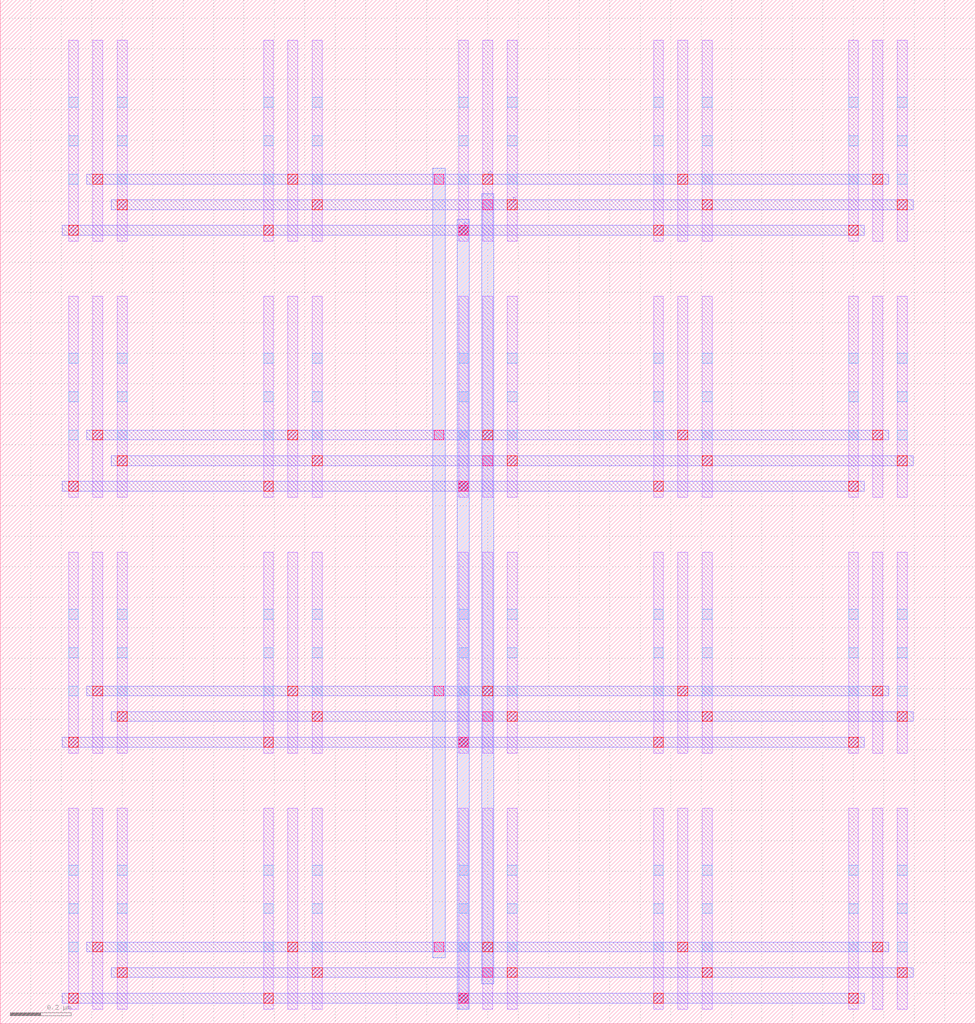
<source format=lef>
MACRO DCL_NMOS_n12_X1_Y1
  ORIGIN 0 0 ;
  FOREIGN DCL_NMOS_n12_X1_Y1 0 0 ;
  SIZE 0.6400 BY 0.8400 ;
  PIN S
    DIRECTION INOUT ;
    USE SIGNAL ;
    PORT
      LAYER M2 ;
        RECT 0.2040 0.0680 0.2760 0.1000 ;
    END
  END S
  PIN D
    DIRECTION INOUT ;
    USE SIGNAL ;
    PORT
      LAYER M2 ;
        RECT 0.2840 0.1520 0.4360 0.1840 ;
    END
  END D
  OBS
    LAYER M1 ;
      RECT 0.3040 0.0480 0.3360 0.7080 ;
    LAYER M1 ;
      RECT 0.2240 0.0480 0.2560 0.7080 ;
    LAYER M1 ;
      RECT 0.3840 0.0480 0.4160 0.7080 ;
    LAYER V1 ;
      RECT 0.2240 0.0680 0.2560 0.1000 ;
    LAYER V1 ;
      RECT 0.3040 0.1520 0.3360 0.1840 ;
    LAYER V1 ;
      RECT 0.3840 0.1520 0.4160 0.1840 ;
    LAYER V0 ;
      RECT 0.2240 0.2360 0.2560 0.2680 ;
    LAYER V0 ;
      RECT 0.2240 0.3620 0.2560 0.3940 ;
    LAYER V0 ;
      RECT 0.2240 0.4880 0.2560 0.5200 ;
    LAYER V0 ;
      RECT 0.3840 0.2360 0.4160 0.2680 ;
    LAYER V0 ;
      RECT 0.3840 0.3620 0.4160 0.3940 ;
    LAYER V0 ;
      RECT 0.3840 0.4880 0.4160 0.5200 ;
  END
END DCL_NMOS_n12_X1_Y1
MACRO DCL_NMOS_n12_X2_Y1
  ORIGIN 0 0 ;
  FOREIGN DCL_NMOS_n12_X2_Y1 0 0 ;
  SIZE 1.2800 BY 0.8400 ;
  PIN S
    DIRECTION INOUT ;
    USE SIGNAL ;
    PORT
      LAYER M2 ;
        RECT 0.2040 0.0680 0.9160 0.1000 ;
    END
  END S
  PIN D
    DIRECTION INOUT ;
    USE SIGNAL ;
    PORT
      LAYER M2 ;
        RECT 0.2840 0.1520 1.0760 0.1840 ;
    END
  END D
  OBS
    LAYER M1 ;
      RECT 0.3040 0.0480 0.3360 0.7080 ;
    LAYER M1 ;
      RECT 0.9440 0.0480 0.9760 0.7080 ;
    LAYER M1 ;
      RECT 0.2240 0.0480 0.2560 0.7080 ;
    LAYER M1 ;
      RECT 0.8640 0.0480 0.8960 0.7080 ;
    LAYER M1 ;
      RECT 0.3840 0.0480 0.4160 0.7080 ;
    LAYER M1 ;
      RECT 1.0240 0.0480 1.0560 0.7080 ;
    LAYER V1 ;
      RECT 0.2240 0.0680 0.2560 0.1000 ;
    LAYER V1 ;
      RECT 0.8640 0.0680 0.8960 0.1000 ;
    LAYER V1 ;
      RECT 0.3040 0.1520 0.3360 0.1840 ;
    LAYER V1 ;
      RECT 0.9440 0.1520 0.9760 0.1840 ;
    LAYER V1 ;
      RECT 0.3840 0.1520 0.4160 0.1840 ;
    LAYER V1 ;
      RECT 1.0240 0.1520 1.0560 0.1840 ;
    LAYER V0 ;
      RECT 0.2240 0.2360 0.2560 0.2680 ;
    LAYER V0 ;
      RECT 0.2240 0.3620 0.2560 0.3940 ;
    LAYER V0 ;
      RECT 0.2240 0.4880 0.2560 0.5200 ;
    LAYER V0 ;
      RECT 0.8640 0.2360 0.8960 0.2680 ;
    LAYER V0 ;
      RECT 0.8640 0.3620 0.8960 0.3940 ;
    LAYER V0 ;
      RECT 0.8640 0.4880 0.8960 0.5200 ;
    LAYER V0 ;
      RECT 0.3840 0.2360 0.4160 0.2680 ;
    LAYER V0 ;
      RECT 0.3840 0.3620 0.4160 0.3940 ;
    LAYER V0 ;
      RECT 0.3840 0.4880 0.4160 0.5200 ;
    LAYER V0 ;
      RECT 1.0240 0.2360 1.0560 0.2680 ;
    LAYER V0 ;
      RECT 1.0240 0.3620 1.0560 0.3940 ;
    LAYER V0 ;
      RECT 1.0240 0.4880 1.0560 0.5200 ;
  END
END DCL_NMOS_n12_X2_Y1
MACRO DCL_PMOS_n12_X5_Y1
  ORIGIN 0 0 ;
  FOREIGN DCL_PMOS_n12_X5_Y1 0 0 ;
  SIZE 3.2000 BY 0.8400 ;
  PIN S
    DIRECTION INOUT ;
    USE SIGNAL ;
    PORT
      LAYER M2 ;
        RECT 0.2040 0.0680 2.8360 0.1000 ;
    END
  END S
  PIN D
    DIRECTION INOUT ;
    USE SIGNAL ;
    PORT
      LAYER M2 ;
        RECT 0.2840 0.1520 2.9960 0.1840 ;
    END
  END D
  OBS
    LAYER M1 ;
      RECT 0.3040 0.0480 0.3360 0.7080 ;
    LAYER M1 ;
      RECT 0.9440 0.0480 0.9760 0.7080 ;
    LAYER M1 ;
      RECT 1.5840 0.0480 1.6160 0.7080 ;
    LAYER M1 ;
      RECT 2.2240 0.0480 2.2560 0.7080 ;
    LAYER M1 ;
      RECT 2.8640 0.0480 2.8960 0.7080 ;
    LAYER M1 ;
      RECT 0.2240 0.0480 0.2560 0.7080 ;
    LAYER M1 ;
      RECT 0.8640 0.0480 0.8960 0.7080 ;
    LAYER M1 ;
      RECT 1.5040 0.0480 1.5360 0.7080 ;
    LAYER M1 ;
      RECT 2.1440 0.0480 2.1760 0.7080 ;
    LAYER M1 ;
      RECT 2.7840 0.0480 2.8160 0.7080 ;
    LAYER M1 ;
      RECT 0.3840 0.0480 0.4160 0.7080 ;
    LAYER M1 ;
      RECT 1.0240 0.0480 1.0560 0.7080 ;
    LAYER M1 ;
      RECT 1.6640 0.0480 1.6960 0.7080 ;
    LAYER M1 ;
      RECT 2.3040 0.0480 2.3360 0.7080 ;
    LAYER M1 ;
      RECT 2.9440 0.0480 2.9760 0.7080 ;
    LAYER V1 ;
      RECT 0.2240 0.0680 0.2560 0.1000 ;
    LAYER V1 ;
      RECT 0.8640 0.0680 0.8960 0.1000 ;
    LAYER V1 ;
      RECT 1.5040 0.0680 1.5360 0.1000 ;
    LAYER V1 ;
      RECT 2.1440 0.0680 2.1760 0.1000 ;
    LAYER V1 ;
      RECT 2.7840 0.0680 2.8160 0.1000 ;
    LAYER V1 ;
      RECT 0.3040 0.1520 0.3360 0.1840 ;
    LAYER V1 ;
      RECT 0.9440 0.1520 0.9760 0.1840 ;
    LAYER V1 ;
      RECT 1.5840 0.1520 1.6160 0.1840 ;
    LAYER V1 ;
      RECT 2.2240 0.1520 2.2560 0.1840 ;
    LAYER V1 ;
      RECT 2.8640 0.1520 2.8960 0.1840 ;
    LAYER V1 ;
      RECT 0.3840 0.1520 0.4160 0.1840 ;
    LAYER V1 ;
      RECT 1.0240 0.1520 1.0560 0.1840 ;
    LAYER V1 ;
      RECT 1.6640 0.1520 1.6960 0.1840 ;
    LAYER V1 ;
      RECT 2.3040 0.1520 2.3360 0.1840 ;
    LAYER V1 ;
      RECT 2.9440 0.1520 2.9760 0.1840 ;
    LAYER V0 ;
      RECT 0.2240 0.2360 0.2560 0.2680 ;
    LAYER V0 ;
      RECT 0.2240 0.3620 0.2560 0.3940 ;
    LAYER V0 ;
      RECT 0.2240 0.4880 0.2560 0.5200 ;
    LAYER V0 ;
      RECT 0.8640 0.2360 0.8960 0.2680 ;
    LAYER V0 ;
      RECT 0.8640 0.3620 0.8960 0.3940 ;
    LAYER V0 ;
      RECT 0.8640 0.4880 0.8960 0.5200 ;
    LAYER V0 ;
      RECT 1.5040 0.2360 1.5360 0.2680 ;
    LAYER V0 ;
      RECT 1.5040 0.3620 1.5360 0.3940 ;
    LAYER V0 ;
      RECT 1.5040 0.4880 1.5360 0.5200 ;
    LAYER V0 ;
      RECT 2.1440 0.2360 2.1760 0.2680 ;
    LAYER V0 ;
      RECT 2.1440 0.3620 2.1760 0.3940 ;
    LAYER V0 ;
      RECT 2.1440 0.4880 2.1760 0.5200 ;
    LAYER V0 ;
      RECT 2.7840 0.2360 2.8160 0.2680 ;
    LAYER V0 ;
      RECT 2.7840 0.3620 2.8160 0.3940 ;
    LAYER V0 ;
      RECT 2.7840 0.4880 2.8160 0.5200 ;
    LAYER V0 ;
      RECT 0.3840 0.2360 0.4160 0.2680 ;
    LAYER V0 ;
      RECT 0.3840 0.3620 0.4160 0.3940 ;
    LAYER V0 ;
      RECT 0.3840 0.4880 0.4160 0.5200 ;
    LAYER V0 ;
      RECT 1.0240 0.2360 1.0560 0.2680 ;
    LAYER V0 ;
      RECT 1.0240 0.3620 1.0560 0.3940 ;
    LAYER V0 ;
      RECT 1.0240 0.4880 1.0560 0.5200 ;
    LAYER V0 ;
      RECT 1.6640 0.2360 1.6960 0.2680 ;
    LAYER V0 ;
      RECT 1.6640 0.3620 1.6960 0.3940 ;
    LAYER V0 ;
      RECT 1.6640 0.4880 1.6960 0.5200 ;
    LAYER V0 ;
      RECT 2.3040 0.2360 2.3360 0.2680 ;
    LAYER V0 ;
      RECT 2.3040 0.3620 2.3360 0.3940 ;
    LAYER V0 ;
      RECT 2.3040 0.4880 2.3360 0.5200 ;
    LAYER V0 ;
      RECT 2.9440 0.2360 2.9760 0.2680 ;
    LAYER V0 ;
      RECT 2.9440 0.3620 2.9760 0.3940 ;
    LAYER V0 ;
      RECT 2.9440 0.4880 2.9760 0.5200 ;
  END
END DCL_PMOS_n12_X5_Y1
MACRO DP_NMOS_n12_X3_Y1
  ORIGIN 0 0 ;
  FOREIGN DP_NMOS_n12_X3_Y1 0 0 ;
  SIZE 3.8400 BY 0.8400 ;
  PIN S
    DIRECTION INOUT ;
    USE SIGNAL ;
    PORT
      LAYER M2 ;
        RECT 0.2040 0.0680 3.4760 0.1000 ;
    END
  END S
  PIN DA
    DIRECTION INOUT ;
    USE SIGNAL ;
    PORT
      LAYER M2 ;
        RECT 0.3640 0.1520 2.9960 0.1840 ;
    END
  END DA
  PIN DB
    DIRECTION INOUT ;
    USE SIGNAL ;
    PORT
      LAYER M2 ;
        RECT 1.0040 0.2360 3.6360 0.2680 ;
    END
  END DB
  PIN GA
    DIRECTION INOUT ;
    USE SIGNAL ;
    PORT
      LAYER M2 ;
        RECT 0.2840 0.3200 2.9160 0.3520 ;
    END
  END GA
  PIN GB
    DIRECTION INOUT ;
    USE SIGNAL ;
    PORT
      LAYER M2 ;
        RECT 0.9240 0.4040 3.5560 0.4360 ;
    END
  END GB
  OBS
    LAYER M1 ;
      RECT 0.3040 0.0480 0.3360 0.7080 ;
    LAYER M1 ;
      RECT 1.5840 0.0480 1.6160 0.7080 ;
    LAYER M1 ;
      RECT 2.8640 0.0480 2.8960 0.7080 ;
    LAYER M1 ;
      RECT 0.9440 0.0480 0.9760 0.7080 ;
    LAYER M1 ;
      RECT 2.2240 0.0480 2.2560 0.7080 ;
    LAYER M1 ;
      RECT 3.5040 0.0480 3.5360 0.7080 ;
    LAYER M1 ;
      RECT 0.2240 0.0480 0.2560 0.7080 ;
    LAYER M1 ;
      RECT 1.5040 0.0480 1.5360 0.7080 ;
    LAYER M1 ;
      RECT 2.7840 0.0480 2.8160 0.7080 ;
    LAYER M1 ;
      RECT 0.8640 0.0480 0.8960 0.7080 ;
    LAYER M1 ;
      RECT 2.1440 0.0480 2.1760 0.7080 ;
    LAYER M1 ;
      RECT 3.4240 0.0480 3.4560 0.7080 ;
    LAYER M1 ;
      RECT 0.3840 0.0480 0.4160 0.7080 ;
    LAYER M1 ;
      RECT 1.6640 0.0480 1.6960 0.7080 ;
    LAYER M1 ;
      RECT 2.9440 0.0480 2.9760 0.7080 ;
    LAYER M1 ;
      RECT 1.0240 0.0480 1.0560 0.7080 ;
    LAYER M1 ;
      RECT 2.3040 0.0480 2.3360 0.7080 ;
    LAYER M1 ;
      RECT 3.5840 0.0480 3.6160 0.7080 ;
    LAYER V1 ;
      RECT 0.2240 0.0680 0.2560 0.1000 ;
    LAYER V1 ;
      RECT 1.5040 0.0680 1.5360 0.1000 ;
    LAYER V1 ;
      RECT 2.7840 0.0680 2.8160 0.1000 ;
    LAYER V1 ;
      RECT 0.8640 0.0680 0.8960 0.1000 ;
    LAYER V1 ;
      RECT 2.1440 0.0680 2.1760 0.1000 ;
    LAYER V1 ;
      RECT 3.4240 0.0680 3.4560 0.1000 ;
    LAYER V1 ;
      RECT 0.3840 0.1520 0.4160 0.1840 ;
    LAYER V1 ;
      RECT 1.6640 0.1520 1.6960 0.1840 ;
    LAYER V1 ;
      RECT 2.9440 0.1520 2.9760 0.1840 ;
    LAYER V1 ;
      RECT 1.0240 0.2360 1.0560 0.2680 ;
    LAYER V1 ;
      RECT 2.3040 0.2360 2.3360 0.2680 ;
    LAYER V1 ;
      RECT 3.5840 0.2360 3.6160 0.2680 ;
    LAYER V1 ;
      RECT 0.3040 0.3200 0.3360 0.3520 ;
    LAYER V1 ;
      RECT 1.5840 0.3200 1.6160 0.3520 ;
    LAYER V1 ;
      RECT 2.8640 0.3200 2.8960 0.3520 ;
    LAYER V1 ;
      RECT 0.9440 0.4040 0.9760 0.4360 ;
    LAYER V1 ;
      RECT 2.2240 0.4040 2.2560 0.4360 ;
    LAYER V1 ;
      RECT 3.5040 0.4040 3.5360 0.4360 ;
    LAYER V0 ;
      RECT 0.2240 0.2360 0.2560 0.2680 ;
    LAYER V0 ;
      RECT 0.2240 0.3620 0.2560 0.3940 ;
    LAYER V0 ;
      RECT 0.2240 0.4880 0.2560 0.5200 ;
    LAYER V0 ;
      RECT 1.5040 0.2360 1.5360 0.2680 ;
    LAYER V0 ;
      RECT 1.5040 0.3620 1.5360 0.3940 ;
    LAYER V0 ;
      RECT 1.5040 0.4880 1.5360 0.5200 ;
    LAYER V0 ;
      RECT 2.7840 0.2360 2.8160 0.2680 ;
    LAYER V0 ;
      RECT 2.7840 0.3620 2.8160 0.3940 ;
    LAYER V0 ;
      RECT 2.7840 0.4880 2.8160 0.5200 ;
    LAYER V0 ;
      RECT 0.8640 0.2360 0.8960 0.2680 ;
    LAYER V0 ;
      RECT 0.8640 0.3620 0.8960 0.3940 ;
    LAYER V0 ;
      RECT 0.8640 0.4880 0.8960 0.5200 ;
    LAYER V0 ;
      RECT 2.1440 0.2360 2.1760 0.2680 ;
    LAYER V0 ;
      RECT 2.1440 0.3620 2.1760 0.3940 ;
    LAYER V0 ;
      RECT 2.1440 0.4880 2.1760 0.5200 ;
    LAYER V0 ;
      RECT 3.4240 0.2360 3.4560 0.2680 ;
    LAYER V0 ;
      RECT 3.4240 0.3620 3.4560 0.3940 ;
    LAYER V0 ;
      RECT 3.4240 0.4880 3.4560 0.5200 ;
    LAYER V0 ;
      RECT 0.3840 0.2360 0.4160 0.2680 ;
    LAYER V0 ;
      RECT 0.3840 0.3620 0.4160 0.3940 ;
    LAYER V0 ;
      RECT 0.3840 0.4880 0.4160 0.5200 ;
    LAYER V0 ;
      RECT 1.6640 0.2360 1.6960 0.2680 ;
    LAYER V0 ;
      RECT 1.6640 0.3620 1.6960 0.3940 ;
    LAYER V0 ;
      RECT 1.6640 0.4880 1.6960 0.5200 ;
    LAYER V0 ;
      RECT 2.9440 0.2360 2.9760 0.2680 ;
    LAYER V0 ;
      RECT 2.9440 0.3620 2.9760 0.3940 ;
    LAYER V0 ;
      RECT 2.9440 0.4880 2.9760 0.5200 ;
    LAYER V0 ;
      RECT 1.0240 0.2360 1.0560 0.2680 ;
    LAYER V0 ;
      RECT 1.0240 0.3620 1.0560 0.3940 ;
    LAYER V0 ;
      RECT 1.0240 0.4880 1.0560 0.5200 ;
    LAYER V0 ;
      RECT 2.3040 0.2360 2.3360 0.2680 ;
    LAYER V0 ;
      RECT 2.3040 0.3620 2.3360 0.3940 ;
    LAYER V0 ;
      RECT 2.3040 0.4880 2.3360 0.5200 ;
    LAYER V0 ;
      RECT 3.5840 0.2360 3.6160 0.2680 ;
    LAYER V0 ;
      RECT 3.5840 0.3620 3.6160 0.3940 ;
    LAYER V0 ;
      RECT 3.5840 0.4880 3.6160 0.5200 ;
  END
END DP_NMOS_n12_X3_Y1
MACRO Switch_NMOS_n12_X1_Y1
  ORIGIN 0 0 ;
  FOREIGN Switch_NMOS_n12_X1_Y1 0 0 ;
  SIZE 0.6400 BY 0.8400 ;
  PIN S
    DIRECTION INOUT ;
    USE SIGNAL ;
    PORT
      LAYER M2 ;
        RECT 0.2040 0.0680 0.2760 0.1000 ;
    END
  END S
  PIN D
    DIRECTION INOUT ;
    USE SIGNAL ;
    PORT
      LAYER M2 ;
        RECT 0.3640 0.1520 0.4360 0.1840 ;
    END
  END D
  PIN G
    DIRECTION INOUT ;
    USE SIGNAL ;
    PORT
      LAYER M2 ;
        RECT 0.2840 0.2360 0.3560 0.2680 ;
    END
  END G
  OBS
    LAYER M1 ;
      RECT 0.3040 0.0480 0.3360 0.7080 ;
    LAYER M1 ;
      RECT 0.2240 0.0480 0.2560 0.7080 ;
    LAYER M1 ;
      RECT 0.3840 0.0480 0.4160 0.7080 ;
    LAYER V1 ;
      RECT 0.2240 0.0680 0.2560 0.1000 ;
    LAYER V1 ;
      RECT 0.3840 0.1520 0.4160 0.1840 ;
    LAYER V1 ;
      RECT 0.3040 0.2360 0.3360 0.2680 ;
    LAYER V0 ;
      RECT 0.2240 0.2360 0.2560 0.2680 ;
    LAYER V0 ;
      RECT 0.2240 0.3620 0.2560 0.3940 ;
    LAYER V0 ;
      RECT 0.2240 0.4880 0.2560 0.5200 ;
    LAYER V0 ;
      RECT 0.3840 0.2360 0.4160 0.2680 ;
    LAYER V0 ;
      RECT 0.3840 0.3620 0.4160 0.3940 ;
    LAYER V0 ;
      RECT 0.3840 0.4880 0.4160 0.5200 ;
  END
END Switch_NMOS_n12_X1_Y1
MACRO Switch_NMOS_n12_X2_Y1
  ORIGIN 0 0 ;
  FOREIGN Switch_NMOS_n12_X2_Y1 0 0 ;
  SIZE 1.2800 BY 0.8400 ;
  PIN S
    DIRECTION INOUT ;
    USE SIGNAL ;
    PORT
      LAYER M2 ;
        RECT 0.2040 0.0680 0.9160 0.1000 ;
    END
  END S
  PIN D
    DIRECTION INOUT ;
    USE SIGNAL ;
    PORT
      LAYER M2 ;
        RECT 0.3640 0.1520 1.0760 0.1840 ;
    END
  END D
  PIN G
    DIRECTION INOUT ;
    USE SIGNAL ;
    PORT
      LAYER M2 ;
        RECT 0.2840 0.2360 0.9960 0.2680 ;
    END
  END G
  OBS
    LAYER M1 ;
      RECT 0.3040 0.0480 0.3360 0.7080 ;
    LAYER M1 ;
      RECT 0.9440 0.0480 0.9760 0.7080 ;
    LAYER M1 ;
      RECT 0.2240 0.0480 0.2560 0.7080 ;
    LAYER M1 ;
      RECT 0.8640 0.0480 0.8960 0.7080 ;
    LAYER M1 ;
      RECT 0.3840 0.0480 0.4160 0.7080 ;
    LAYER M1 ;
      RECT 1.0240 0.0480 1.0560 0.7080 ;
    LAYER V1 ;
      RECT 0.2240 0.0680 0.2560 0.1000 ;
    LAYER V1 ;
      RECT 0.8640 0.0680 0.8960 0.1000 ;
    LAYER V1 ;
      RECT 0.3840 0.1520 0.4160 0.1840 ;
    LAYER V1 ;
      RECT 1.0240 0.1520 1.0560 0.1840 ;
    LAYER V1 ;
      RECT 0.3040 0.2360 0.3360 0.2680 ;
    LAYER V1 ;
      RECT 0.9440 0.2360 0.9760 0.2680 ;
    LAYER V0 ;
      RECT 0.2240 0.2360 0.2560 0.2680 ;
    LAYER V0 ;
      RECT 0.2240 0.3620 0.2560 0.3940 ;
    LAYER V0 ;
      RECT 0.2240 0.4880 0.2560 0.5200 ;
    LAYER V0 ;
      RECT 0.8640 0.2360 0.8960 0.2680 ;
    LAYER V0 ;
      RECT 0.8640 0.3620 0.8960 0.3940 ;
    LAYER V0 ;
      RECT 0.8640 0.4880 0.8960 0.5200 ;
    LAYER V0 ;
      RECT 0.3840 0.2360 0.4160 0.2680 ;
    LAYER V0 ;
      RECT 0.3840 0.3620 0.4160 0.3940 ;
    LAYER V0 ;
      RECT 0.3840 0.4880 0.4160 0.5200 ;
    LAYER V0 ;
      RECT 1.0240 0.2360 1.0560 0.2680 ;
    LAYER V0 ;
      RECT 1.0240 0.3620 1.0560 0.3940 ;
    LAYER V0 ;
      RECT 1.0240 0.4880 1.0560 0.5200 ;
  END
END Switch_NMOS_n12_X2_Y1
MACRO Switch_NMOS_n12_X3_Y1
  ORIGIN 0 0 ;
  FOREIGN Switch_NMOS_n12_X3_Y1 0 0 ;
  SIZE 1.9200 BY 0.8400 ;
  PIN S
    DIRECTION INOUT ;
    USE SIGNAL ;
    PORT
      LAYER M2 ;
        RECT 0.2040 0.0680 1.5560 0.1000 ;
    END
  END S
  PIN D
    DIRECTION INOUT ;
    USE SIGNAL ;
    PORT
      LAYER M2 ;
        RECT 0.3640 0.1520 1.7160 0.1840 ;
    END
  END D
  PIN G
    DIRECTION INOUT ;
    USE SIGNAL ;
    PORT
      LAYER M2 ;
        RECT 0.2840 0.2360 1.6360 0.2680 ;
    END
  END G
  OBS
    LAYER M1 ;
      RECT 0.3040 0.0480 0.3360 0.7080 ;
    LAYER M1 ;
      RECT 0.9440 0.0480 0.9760 0.7080 ;
    LAYER M1 ;
      RECT 1.5840 0.0480 1.6160 0.7080 ;
    LAYER M1 ;
      RECT 0.2240 0.0480 0.2560 0.7080 ;
    LAYER M1 ;
      RECT 0.8640 0.0480 0.8960 0.7080 ;
    LAYER M1 ;
      RECT 1.5040 0.0480 1.5360 0.7080 ;
    LAYER M1 ;
      RECT 0.3840 0.0480 0.4160 0.7080 ;
    LAYER M1 ;
      RECT 1.0240 0.0480 1.0560 0.7080 ;
    LAYER M1 ;
      RECT 1.6640 0.0480 1.6960 0.7080 ;
    LAYER V1 ;
      RECT 0.2240 0.0680 0.2560 0.1000 ;
    LAYER V1 ;
      RECT 0.8640 0.0680 0.8960 0.1000 ;
    LAYER V1 ;
      RECT 1.5040 0.0680 1.5360 0.1000 ;
    LAYER V1 ;
      RECT 0.3840 0.1520 0.4160 0.1840 ;
    LAYER V1 ;
      RECT 1.0240 0.1520 1.0560 0.1840 ;
    LAYER V1 ;
      RECT 1.6640 0.1520 1.6960 0.1840 ;
    LAYER V1 ;
      RECT 0.3040 0.2360 0.3360 0.2680 ;
    LAYER V1 ;
      RECT 0.9440 0.2360 0.9760 0.2680 ;
    LAYER V1 ;
      RECT 1.5840 0.2360 1.6160 0.2680 ;
    LAYER V0 ;
      RECT 0.2240 0.2360 0.2560 0.2680 ;
    LAYER V0 ;
      RECT 0.2240 0.3620 0.2560 0.3940 ;
    LAYER V0 ;
      RECT 0.2240 0.4880 0.2560 0.5200 ;
    LAYER V0 ;
      RECT 0.8640 0.2360 0.8960 0.2680 ;
    LAYER V0 ;
      RECT 0.8640 0.3620 0.8960 0.3940 ;
    LAYER V0 ;
      RECT 0.8640 0.4880 0.8960 0.5200 ;
    LAYER V0 ;
      RECT 1.5040 0.2360 1.5360 0.2680 ;
    LAYER V0 ;
      RECT 1.5040 0.3620 1.5360 0.3940 ;
    LAYER V0 ;
      RECT 1.5040 0.4880 1.5360 0.5200 ;
    LAYER V0 ;
      RECT 0.3840 0.2360 0.4160 0.2680 ;
    LAYER V0 ;
      RECT 0.3840 0.3620 0.4160 0.3940 ;
    LAYER V0 ;
      RECT 0.3840 0.4880 0.4160 0.5200 ;
    LAYER V0 ;
      RECT 1.0240 0.2360 1.0560 0.2680 ;
    LAYER V0 ;
      RECT 1.0240 0.3620 1.0560 0.3940 ;
    LAYER V0 ;
      RECT 1.0240 0.4880 1.0560 0.5200 ;
    LAYER V0 ;
      RECT 1.6640 0.2360 1.6960 0.2680 ;
    LAYER V0 ;
      RECT 1.6640 0.3620 1.6960 0.3940 ;
    LAYER V0 ;
      RECT 1.6640 0.4880 1.6960 0.5200 ;
  END
END Switch_NMOS_n12_X3_Y1
MACRO Switch_PMOS_n12_X5_Y4
  ORIGIN 0 0 ;
  FOREIGN Switch_PMOS_n12_X5_Y4 0 0 ;
  SIZE 3.2000 BY 3.3600 ;
  PIN S
    DIRECTION INOUT ;
    USE SIGNAL ;
    PORT
      LAYER M2 ;
        RECT 0.2040 0.0680 2.8360 0.1000 ;
      LAYER M2 ;
        RECT 0.2040 0.9080 2.8360 0.9400 ;
      LAYER M2 ;
        RECT 0.2040 1.7480 2.8360 1.7800 ;
      LAYER M2 ;
        RECT 0.2040 2.5880 2.8360 2.6200 ;
    END
  END S
  PIN D
    DIRECTION INOUT ;
    USE SIGNAL ;
    PORT
      LAYER M2 ;
        RECT 0.3640 0.1520 2.9960 0.1840 ;
      LAYER M2 ;
        RECT 0.3640 0.9920 2.9960 1.0240 ;
      LAYER M2 ;
        RECT 0.3640 1.8320 2.9960 1.8640 ;
      LAYER M2 ;
        RECT 0.3640 2.6720 2.9960 2.7040 ;
    END
  END D
  PIN G
    DIRECTION INOUT ;
    USE SIGNAL ;
    PORT
      LAYER M2 ;
        RECT 0.2840 0.2360 2.9160 0.2680 ;
      LAYER M2 ;
        RECT 0.2840 1.0760 2.9160 1.1080 ;
      LAYER M2 ;
        RECT 0.2840 1.9160 2.9160 1.9480 ;
      LAYER M2 ;
        RECT 0.2840 2.7560 2.9160 2.7880 ;
    END
  END G
  OBS
    LAYER M1 ;
      RECT 0.3040 0.0480 0.3360 0.7080 ;
    LAYER M1 ;
      RECT 0.3040 0.8880 0.3360 1.5480 ;
    LAYER M1 ;
      RECT 0.3040 1.7280 0.3360 2.3880 ;
    LAYER M1 ;
      RECT 0.3040 2.5680 0.3360 3.2280 ;
    LAYER M1 ;
      RECT 0.9440 0.0480 0.9760 0.7080 ;
    LAYER M1 ;
      RECT 0.9440 0.8880 0.9760 1.5480 ;
    LAYER M1 ;
      RECT 0.9440 1.7280 0.9760 2.3880 ;
    LAYER M1 ;
      RECT 0.9440 2.5680 0.9760 3.2280 ;
    LAYER M1 ;
      RECT 1.5840 0.0480 1.6160 0.7080 ;
    LAYER M1 ;
      RECT 1.5840 0.8880 1.6160 1.5480 ;
    LAYER M1 ;
      RECT 1.5840 1.7280 1.6160 2.3880 ;
    LAYER M1 ;
      RECT 1.5840 2.5680 1.6160 3.2280 ;
    LAYER M1 ;
      RECT 2.2240 0.0480 2.2560 0.7080 ;
    LAYER M1 ;
      RECT 2.2240 0.8880 2.2560 1.5480 ;
    LAYER M1 ;
      RECT 2.2240 1.7280 2.2560 2.3880 ;
    LAYER M1 ;
      RECT 2.2240 2.5680 2.2560 3.2280 ;
    LAYER M1 ;
      RECT 2.8640 0.0480 2.8960 0.7080 ;
    LAYER M1 ;
      RECT 2.8640 0.8880 2.8960 1.5480 ;
    LAYER M1 ;
      RECT 2.8640 1.7280 2.8960 2.3880 ;
    LAYER M1 ;
      RECT 2.8640 2.5680 2.8960 3.2280 ;
    LAYER M1 ;
      RECT 0.2240 0.0480 0.2560 0.7080 ;
    LAYER M1 ;
      RECT 0.2240 0.8880 0.2560 1.5480 ;
    LAYER M1 ;
      RECT 0.2240 1.7280 0.2560 2.3880 ;
    LAYER M1 ;
      RECT 0.2240 2.5680 0.2560 3.2280 ;
    LAYER M1 ;
      RECT 0.8640 0.0480 0.8960 0.7080 ;
    LAYER M1 ;
      RECT 0.8640 0.8880 0.8960 1.5480 ;
    LAYER M1 ;
      RECT 0.8640 1.7280 0.8960 2.3880 ;
    LAYER M1 ;
      RECT 0.8640 2.5680 0.8960 3.2280 ;
    LAYER M1 ;
      RECT 1.5040 0.0480 1.5360 0.7080 ;
    LAYER M1 ;
      RECT 1.5040 0.8880 1.5360 1.5480 ;
    LAYER M1 ;
      RECT 1.5040 1.7280 1.5360 2.3880 ;
    LAYER M1 ;
      RECT 1.5040 2.5680 1.5360 3.2280 ;
    LAYER M1 ;
      RECT 2.1440 0.0480 2.1760 0.7080 ;
    LAYER M1 ;
      RECT 2.1440 0.8880 2.1760 1.5480 ;
    LAYER M1 ;
      RECT 2.1440 1.7280 2.1760 2.3880 ;
    LAYER M1 ;
      RECT 2.1440 2.5680 2.1760 3.2280 ;
    LAYER M1 ;
      RECT 2.7840 0.0480 2.8160 0.7080 ;
    LAYER M1 ;
      RECT 2.7840 0.8880 2.8160 1.5480 ;
    LAYER M1 ;
      RECT 2.7840 1.7280 2.8160 2.3880 ;
    LAYER M1 ;
      RECT 2.7840 2.5680 2.8160 3.2280 ;
    LAYER M1 ;
      RECT 0.3840 0.0480 0.4160 0.7080 ;
    LAYER M1 ;
      RECT 0.3840 0.8880 0.4160 1.5480 ;
    LAYER M1 ;
      RECT 0.3840 1.7280 0.4160 2.3880 ;
    LAYER M1 ;
      RECT 0.3840 2.5680 0.4160 3.2280 ;
    LAYER M1 ;
      RECT 1.0240 0.0480 1.0560 0.7080 ;
    LAYER M1 ;
      RECT 1.0240 0.8880 1.0560 1.5480 ;
    LAYER M1 ;
      RECT 1.0240 1.7280 1.0560 2.3880 ;
    LAYER M1 ;
      RECT 1.0240 2.5680 1.0560 3.2280 ;
    LAYER M1 ;
      RECT 1.6640 0.0480 1.6960 0.7080 ;
    LAYER M1 ;
      RECT 1.6640 0.8880 1.6960 1.5480 ;
    LAYER M1 ;
      RECT 1.6640 1.7280 1.6960 2.3880 ;
    LAYER M1 ;
      RECT 1.6640 2.5680 1.6960 3.2280 ;
    LAYER M1 ;
      RECT 2.3040 0.0480 2.3360 0.7080 ;
    LAYER M1 ;
      RECT 2.3040 0.8880 2.3360 1.5480 ;
    LAYER M1 ;
      RECT 2.3040 1.7280 2.3360 2.3880 ;
    LAYER M1 ;
      RECT 2.3040 2.5680 2.3360 3.2280 ;
    LAYER M1 ;
      RECT 2.9440 0.0480 2.9760 0.7080 ;
    LAYER M1 ;
      RECT 2.9440 0.8880 2.9760 1.5480 ;
    LAYER M1 ;
      RECT 2.9440 1.7280 2.9760 2.3880 ;
    LAYER M1 ;
      RECT 2.9440 2.5680 2.9760 3.2280 ;
    LAYER V1 ;
      RECT 0.2240 0.0680 0.2560 0.1000 ;
    LAYER V1 ;
      RECT 0.2240 0.9080 0.2560 0.9400 ;
    LAYER V1 ;
      RECT 0.2240 1.7480 0.2560 1.7800 ;
    LAYER V1 ;
      RECT 0.2240 2.5880 0.2560 2.6200 ;
    LAYER V1 ;
      RECT 0.8640 0.0680 0.8960 0.1000 ;
    LAYER V1 ;
      RECT 0.8640 0.9080 0.8960 0.9400 ;
    LAYER V1 ;
      RECT 0.8640 1.7480 0.8960 1.7800 ;
    LAYER V1 ;
      RECT 0.8640 2.5880 0.8960 2.6200 ;
    LAYER V1 ;
      RECT 1.5040 0.0680 1.5360 0.1000 ;
    LAYER V1 ;
      RECT 1.5040 0.9080 1.5360 0.9400 ;
    LAYER V1 ;
      RECT 1.5040 1.7480 1.5360 1.7800 ;
    LAYER V1 ;
      RECT 1.5040 2.5880 1.5360 2.6200 ;
    LAYER V1 ;
      RECT 2.1440 0.0680 2.1760 0.1000 ;
    LAYER V1 ;
      RECT 2.1440 0.9080 2.1760 0.9400 ;
    LAYER V1 ;
      RECT 2.1440 1.7480 2.1760 1.7800 ;
    LAYER V1 ;
      RECT 2.1440 2.5880 2.1760 2.6200 ;
    LAYER V1 ;
      RECT 2.7840 0.0680 2.8160 0.1000 ;
    LAYER V1 ;
      RECT 2.7840 0.9080 2.8160 0.9400 ;
    LAYER V1 ;
      RECT 2.7840 1.7480 2.8160 1.7800 ;
    LAYER V1 ;
      RECT 2.7840 2.5880 2.8160 2.6200 ;
    LAYER V1 ;
      RECT 0.3840 0.1520 0.4160 0.1840 ;
    LAYER V1 ;
      RECT 0.3840 0.9920 0.4160 1.0240 ;
    LAYER V1 ;
      RECT 0.3840 1.8320 0.4160 1.8640 ;
    LAYER V1 ;
      RECT 0.3840 2.6720 0.4160 2.7040 ;
    LAYER V1 ;
      RECT 1.0240 0.1520 1.0560 0.1840 ;
    LAYER V1 ;
      RECT 1.0240 0.9920 1.0560 1.0240 ;
    LAYER V1 ;
      RECT 1.0240 1.8320 1.0560 1.8640 ;
    LAYER V1 ;
      RECT 1.0240 2.6720 1.0560 2.7040 ;
    LAYER V1 ;
      RECT 1.6640 0.1520 1.6960 0.1840 ;
    LAYER V1 ;
      RECT 1.6640 0.9920 1.6960 1.0240 ;
    LAYER V1 ;
      RECT 1.6640 1.8320 1.6960 1.8640 ;
    LAYER V1 ;
      RECT 1.6640 2.6720 1.6960 2.7040 ;
    LAYER V1 ;
      RECT 2.3040 0.1520 2.3360 0.1840 ;
    LAYER V1 ;
      RECT 2.3040 0.9920 2.3360 1.0240 ;
    LAYER V1 ;
      RECT 2.3040 1.8320 2.3360 1.8640 ;
    LAYER V1 ;
      RECT 2.3040 2.6720 2.3360 2.7040 ;
    LAYER V1 ;
      RECT 2.9440 0.1520 2.9760 0.1840 ;
    LAYER V1 ;
      RECT 2.9440 0.9920 2.9760 1.0240 ;
    LAYER V1 ;
      RECT 2.9440 1.8320 2.9760 1.8640 ;
    LAYER V1 ;
      RECT 2.9440 2.6720 2.9760 2.7040 ;
    LAYER V1 ;
      RECT 0.3040 0.2360 0.3360 0.2680 ;
    LAYER V1 ;
      RECT 0.3040 1.0760 0.3360 1.1080 ;
    LAYER V1 ;
      RECT 0.3040 1.9160 0.3360 1.9480 ;
    LAYER V1 ;
      RECT 0.3040 2.7560 0.3360 2.7880 ;
    LAYER V1 ;
      RECT 0.9440 0.2360 0.9760 0.2680 ;
    LAYER V1 ;
      RECT 0.9440 1.0760 0.9760 1.1080 ;
    LAYER V1 ;
      RECT 0.9440 1.9160 0.9760 1.9480 ;
    LAYER V1 ;
      RECT 0.9440 2.7560 0.9760 2.7880 ;
    LAYER V1 ;
      RECT 1.5840 0.2360 1.6160 0.2680 ;
    LAYER V1 ;
      RECT 1.5840 1.0760 1.6160 1.1080 ;
    LAYER V1 ;
      RECT 1.5840 1.9160 1.6160 1.9480 ;
    LAYER V1 ;
      RECT 1.5840 2.7560 1.6160 2.7880 ;
    LAYER V1 ;
      RECT 2.2240 0.2360 2.2560 0.2680 ;
    LAYER V1 ;
      RECT 2.2240 1.0760 2.2560 1.1080 ;
    LAYER V1 ;
      RECT 2.2240 1.9160 2.2560 1.9480 ;
    LAYER V1 ;
      RECT 2.2240 2.7560 2.2560 2.7880 ;
    LAYER V1 ;
      RECT 2.8640 0.2360 2.8960 0.2680 ;
    LAYER V1 ;
      RECT 2.8640 1.0760 2.8960 1.1080 ;
    LAYER V1 ;
      RECT 2.8640 1.9160 2.8960 1.9480 ;
    LAYER V1 ;
      RECT 2.8640 2.7560 2.8960 2.7880 ;
    LAYER M3 ;
      RECT 1.5000 0.0480 1.5400 2.6400 ;
    LAYER M3 ;
      RECT 1.5800 0.1320 1.6200 2.7240 ;
    LAYER M3 ;
      RECT 1.4200 0.2160 1.4600 2.8080 ;
    LAYER V2 ;
      RECT 1.5040 0.0680 1.5360 0.1000 ;
    LAYER V2 ;
      RECT 1.5040 0.9080 1.5360 0.9400 ;
    LAYER V2 ;
      RECT 1.5040 1.7480 1.5360 1.7800 ;
    LAYER V2 ;
      RECT 1.5040 2.5880 1.5360 2.6200 ;
    LAYER V2 ;
      RECT 1.5840 0.1520 1.6160 0.1840 ;
    LAYER V2 ;
      RECT 1.5840 0.9920 1.6160 1.0240 ;
    LAYER V2 ;
      RECT 1.5840 1.8320 1.6160 1.8640 ;
    LAYER V2 ;
      RECT 1.5840 2.6720 1.6160 2.7040 ;
    LAYER V2 ;
      RECT 1.4240 0.2360 1.4560 0.2680 ;
    LAYER V2 ;
      RECT 1.4240 1.0760 1.4560 1.1080 ;
    LAYER V2 ;
      RECT 1.4240 1.9160 1.4560 1.9480 ;
    LAYER V2 ;
      RECT 1.4240 2.7560 1.4560 2.7880 ;
    LAYER V0 ;
      RECT 0.2240 0.2360 0.2560 0.2680 ;
    LAYER V0 ;
      RECT 0.2240 0.3620 0.2560 0.3940 ;
    LAYER V0 ;
      RECT 0.2240 0.4880 0.2560 0.5200 ;
    LAYER V0 ;
      RECT 0.2240 1.0760 0.2560 1.1080 ;
    LAYER V0 ;
      RECT 0.2240 1.2020 0.2560 1.2340 ;
    LAYER V0 ;
      RECT 0.2240 1.3280 0.2560 1.3600 ;
    LAYER V0 ;
      RECT 0.2240 1.9160 0.2560 1.9480 ;
    LAYER V0 ;
      RECT 0.2240 2.0420 0.2560 2.0740 ;
    LAYER V0 ;
      RECT 0.2240 2.1680 0.2560 2.2000 ;
    LAYER V0 ;
      RECT 0.2240 2.7560 0.2560 2.7880 ;
    LAYER V0 ;
      RECT 0.2240 2.8820 0.2560 2.9140 ;
    LAYER V0 ;
      RECT 0.2240 3.0080 0.2560 3.0400 ;
    LAYER V0 ;
      RECT 0.8640 0.2360 0.8960 0.2680 ;
    LAYER V0 ;
      RECT 0.8640 0.3620 0.8960 0.3940 ;
    LAYER V0 ;
      RECT 0.8640 0.4880 0.8960 0.5200 ;
    LAYER V0 ;
      RECT 0.8640 1.0760 0.8960 1.1080 ;
    LAYER V0 ;
      RECT 0.8640 1.2020 0.8960 1.2340 ;
    LAYER V0 ;
      RECT 0.8640 1.3280 0.8960 1.3600 ;
    LAYER V0 ;
      RECT 0.8640 1.9160 0.8960 1.9480 ;
    LAYER V0 ;
      RECT 0.8640 2.0420 0.8960 2.0740 ;
    LAYER V0 ;
      RECT 0.8640 2.1680 0.8960 2.2000 ;
    LAYER V0 ;
      RECT 0.8640 2.7560 0.8960 2.7880 ;
    LAYER V0 ;
      RECT 0.8640 2.8820 0.8960 2.9140 ;
    LAYER V0 ;
      RECT 0.8640 3.0080 0.8960 3.0400 ;
    LAYER V0 ;
      RECT 1.5040 0.2360 1.5360 0.2680 ;
    LAYER V0 ;
      RECT 1.5040 0.3620 1.5360 0.3940 ;
    LAYER V0 ;
      RECT 1.5040 0.4880 1.5360 0.5200 ;
    LAYER V0 ;
      RECT 1.5040 1.0760 1.5360 1.1080 ;
    LAYER V0 ;
      RECT 1.5040 1.2020 1.5360 1.2340 ;
    LAYER V0 ;
      RECT 1.5040 1.3280 1.5360 1.3600 ;
    LAYER V0 ;
      RECT 1.5040 1.9160 1.5360 1.9480 ;
    LAYER V0 ;
      RECT 1.5040 2.0420 1.5360 2.0740 ;
    LAYER V0 ;
      RECT 1.5040 2.1680 1.5360 2.2000 ;
    LAYER V0 ;
      RECT 1.5040 2.7560 1.5360 2.7880 ;
    LAYER V0 ;
      RECT 1.5040 2.8820 1.5360 2.9140 ;
    LAYER V0 ;
      RECT 1.5040 3.0080 1.5360 3.0400 ;
    LAYER V0 ;
      RECT 2.1440 0.2360 2.1760 0.2680 ;
    LAYER V0 ;
      RECT 2.1440 0.3620 2.1760 0.3940 ;
    LAYER V0 ;
      RECT 2.1440 0.4880 2.1760 0.5200 ;
    LAYER V0 ;
      RECT 2.1440 1.0760 2.1760 1.1080 ;
    LAYER V0 ;
      RECT 2.1440 1.2020 2.1760 1.2340 ;
    LAYER V0 ;
      RECT 2.1440 1.3280 2.1760 1.3600 ;
    LAYER V0 ;
      RECT 2.1440 1.9160 2.1760 1.9480 ;
    LAYER V0 ;
      RECT 2.1440 2.0420 2.1760 2.0740 ;
    LAYER V0 ;
      RECT 2.1440 2.1680 2.1760 2.2000 ;
    LAYER V0 ;
      RECT 2.1440 2.7560 2.1760 2.7880 ;
    LAYER V0 ;
      RECT 2.1440 2.8820 2.1760 2.9140 ;
    LAYER V0 ;
      RECT 2.1440 3.0080 2.1760 3.0400 ;
    LAYER V0 ;
      RECT 2.7840 0.2360 2.8160 0.2680 ;
    LAYER V0 ;
      RECT 2.7840 0.3620 2.8160 0.3940 ;
    LAYER V0 ;
      RECT 2.7840 0.4880 2.8160 0.5200 ;
    LAYER V0 ;
      RECT 2.7840 1.0760 2.8160 1.1080 ;
    LAYER V0 ;
      RECT 2.7840 1.2020 2.8160 1.2340 ;
    LAYER V0 ;
      RECT 2.7840 1.3280 2.8160 1.3600 ;
    LAYER V0 ;
      RECT 2.7840 1.9160 2.8160 1.9480 ;
    LAYER V0 ;
      RECT 2.7840 2.0420 2.8160 2.0740 ;
    LAYER V0 ;
      RECT 2.7840 2.1680 2.8160 2.2000 ;
    LAYER V0 ;
      RECT 2.7840 2.7560 2.8160 2.7880 ;
    LAYER V0 ;
      RECT 2.7840 2.8820 2.8160 2.9140 ;
    LAYER V0 ;
      RECT 2.7840 3.0080 2.8160 3.0400 ;
    LAYER V0 ;
      RECT 0.3840 0.2360 0.4160 0.2680 ;
    LAYER V0 ;
      RECT 0.3840 0.3620 0.4160 0.3940 ;
    LAYER V0 ;
      RECT 0.3840 0.4880 0.4160 0.5200 ;
    LAYER V0 ;
      RECT 0.3840 1.0760 0.4160 1.1080 ;
    LAYER V0 ;
      RECT 0.3840 1.2020 0.4160 1.2340 ;
    LAYER V0 ;
      RECT 0.3840 1.3280 0.4160 1.3600 ;
    LAYER V0 ;
      RECT 0.3840 1.9160 0.4160 1.9480 ;
    LAYER V0 ;
      RECT 0.3840 2.0420 0.4160 2.0740 ;
    LAYER V0 ;
      RECT 0.3840 2.1680 0.4160 2.2000 ;
    LAYER V0 ;
      RECT 0.3840 2.7560 0.4160 2.7880 ;
    LAYER V0 ;
      RECT 0.3840 2.8820 0.4160 2.9140 ;
    LAYER V0 ;
      RECT 0.3840 3.0080 0.4160 3.0400 ;
    LAYER V0 ;
      RECT 1.0240 0.2360 1.0560 0.2680 ;
    LAYER V0 ;
      RECT 1.0240 0.3620 1.0560 0.3940 ;
    LAYER V0 ;
      RECT 1.0240 0.4880 1.0560 0.5200 ;
    LAYER V0 ;
      RECT 1.0240 1.0760 1.0560 1.1080 ;
    LAYER V0 ;
      RECT 1.0240 1.2020 1.0560 1.2340 ;
    LAYER V0 ;
      RECT 1.0240 1.3280 1.0560 1.3600 ;
    LAYER V0 ;
      RECT 1.0240 1.9160 1.0560 1.9480 ;
    LAYER V0 ;
      RECT 1.0240 2.0420 1.0560 2.0740 ;
    LAYER V0 ;
      RECT 1.0240 2.1680 1.0560 2.2000 ;
    LAYER V0 ;
      RECT 1.0240 2.7560 1.0560 2.7880 ;
    LAYER V0 ;
      RECT 1.0240 2.8820 1.0560 2.9140 ;
    LAYER V0 ;
      RECT 1.0240 3.0080 1.0560 3.0400 ;
    LAYER V0 ;
      RECT 1.6640 0.2360 1.6960 0.2680 ;
    LAYER V0 ;
      RECT 1.6640 0.3620 1.6960 0.3940 ;
    LAYER V0 ;
      RECT 1.6640 0.4880 1.6960 0.5200 ;
    LAYER V0 ;
      RECT 1.6640 1.0760 1.6960 1.1080 ;
    LAYER V0 ;
      RECT 1.6640 1.2020 1.6960 1.2340 ;
    LAYER V0 ;
      RECT 1.6640 1.3280 1.6960 1.3600 ;
    LAYER V0 ;
      RECT 1.6640 1.9160 1.6960 1.9480 ;
    LAYER V0 ;
      RECT 1.6640 2.0420 1.6960 2.0740 ;
    LAYER V0 ;
      RECT 1.6640 2.1680 1.6960 2.2000 ;
    LAYER V0 ;
      RECT 1.6640 2.7560 1.6960 2.7880 ;
    LAYER V0 ;
      RECT 1.6640 2.8820 1.6960 2.9140 ;
    LAYER V0 ;
      RECT 1.6640 3.0080 1.6960 3.0400 ;
    LAYER V0 ;
      RECT 2.3040 0.2360 2.3360 0.2680 ;
    LAYER V0 ;
      RECT 2.3040 0.3620 2.3360 0.3940 ;
    LAYER V0 ;
      RECT 2.3040 0.4880 2.3360 0.5200 ;
    LAYER V0 ;
      RECT 2.3040 1.0760 2.3360 1.1080 ;
    LAYER V0 ;
      RECT 2.3040 1.2020 2.3360 1.2340 ;
    LAYER V0 ;
      RECT 2.3040 1.3280 2.3360 1.3600 ;
    LAYER V0 ;
      RECT 2.3040 1.9160 2.3360 1.9480 ;
    LAYER V0 ;
      RECT 2.3040 2.0420 2.3360 2.0740 ;
    LAYER V0 ;
      RECT 2.3040 2.1680 2.3360 2.2000 ;
    LAYER V0 ;
      RECT 2.3040 2.7560 2.3360 2.7880 ;
    LAYER V0 ;
      RECT 2.3040 2.8820 2.3360 2.9140 ;
    LAYER V0 ;
      RECT 2.3040 3.0080 2.3360 3.0400 ;
    LAYER V0 ;
      RECT 2.9440 0.2360 2.9760 0.2680 ;
    LAYER V0 ;
      RECT 2.9440 0.3620 2.9760 0.3940 ;
    LAYER V0 ;
      RECT 2.9440 0.4880 2.9760 0.5200 ;
    LAYER V0 ;
      RECT 2.9440 1.0760 2.9760 1.1080 ;
    LAYER V0 ;
      RECT 2.9440 1.2020 2.9760 1.2340 ;
    LAYER V0 ;
      RECT 2.9440 1.3280 2.9760 1.3600 ;
    LAYER V0 ;
      RECT 2.9440 1.9160 2.9760 1.9480 ;
    LAYER V0 ;
      RECT 2.9440 2.0420 2.9760 2.0740 ;
    LAYER V0 ;
      RECT 2.9440 2.1680 2.9760 2.2000 ;
    LAYER V0 ;
      RECT 2.9440 2.7560 2.9760 2.7880 ;
    LAYER V0 ;
      RECT 2.9440 2.8820 2.9760 2.9140 ;
    LAYER V0 ;
      RECT 2.9440 3.0080 2.9760 3.0400 ;
  END
END Switch_PMOS_n12_X5_Y4

</source>
